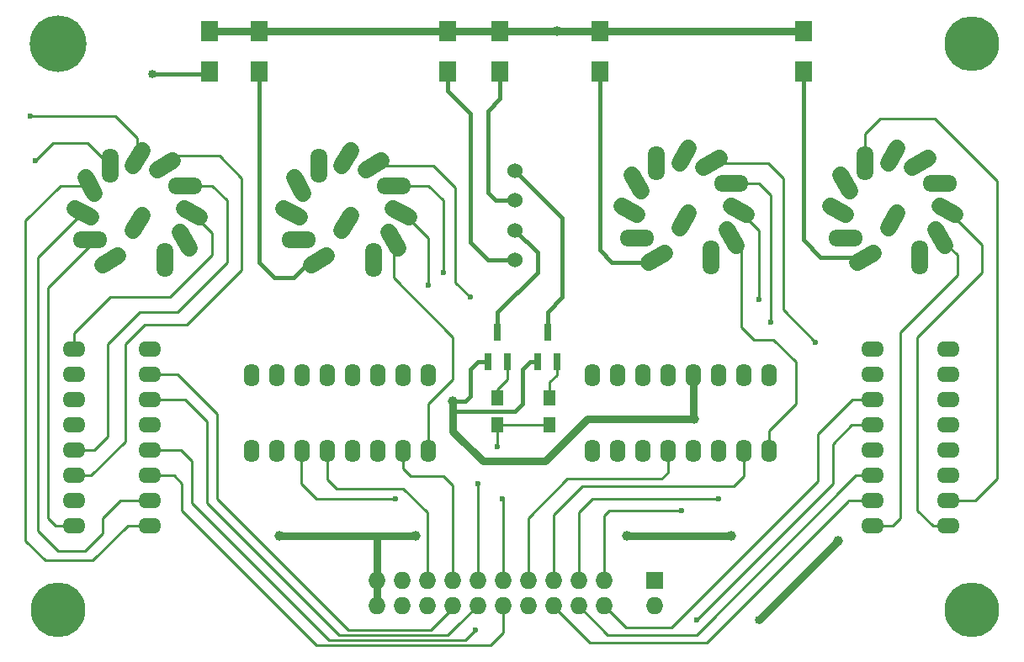
<source format=gbl>
G04 #@! TF.FileFunction,Copper,L2,Bot,Signal*
%FSLAX46Y46*%
G04 Gerber Fmt 4.6, Leading zero omitted, Abs format (unit mm)*
G04 Created by KiCad (PCBNEW 4.0.4-stable) date 11/21/16 22:50:33*
%MOMM*%
%LPD*%
G01*
G04 APERTURE LIST*
%ADD10C,0.100000*%
%ADD11O,2.300000X1.600000*%
%ADD12O,1.600000X2.300000*%
%ADD13R,1.727200X1.727200*%
%ADD14O,1.727200X1.727200*%
%ADD15C,1.524000*%
%ADD16R,1.300000X1.500000*%
%ADD17C,5.700000*%
%ADD18C,5.500000*%
%ADD19R,0.800100X1.800860*%
%ADD20R,1.700000X2.000000*%
%ADD21C,1.700000*%
%ADD22O,3.500000X1.700000*%
%ADD23O,1.700000X3.500000*%
%ADD24C,1.000000*%
%ADD25C,0.850000*%
%ADD26C,0.600000*%
%ADD27C,0.400000*%
%ADD28C,0.800000*%
%ADD29C,0.750000*%
%ADD30C,0.250000*%
G04 APERTURE END LIST*
D10*
D11*
X164000000Y-81750000D03*
X164000000Y-84290000D03*
X164000000Y-86830000D03*
X164000000Y-89370000D03*
X164000000Y-91910000D03*
X164000000Y-94450000D03*
X164000000Y-96990000D03*
X164000000Y-99530000D03*
X171620000Y-99530000D03*
X171620000Y-96990000D03*
X171620000Y-94450000D03*
X171620000Y-91910000D03*
X171620000Y-89370000D03*
X171620000Y-86830000D03*
X171620000Y-84290000D03*
X171620000Y-81750000D03*
D12*
X135750000Y-92000000D03*
X138290000Y-92000000D03*
X140830000Y-92000000D03*
X143370000Y-92000000D03*
X145910000Y-92000000D03*
X148450000Y-92000000D03*
X150990000Y-92000000D03*
X153530000Y-92000000D03*
X153530000Y-84380000D03*
X150990000Y-84380000D03*
X148450000Y-84380000D03*
X145910000Y-84380000D03*
X143370000Y-84380000D03*
X140830000Y-84380000D03*
X138290000Y-84380000D03*
X135750000Y-84380000D03*
X101500000Y-92000000D03*
X104040000Y-92000000D03*
X106580000Y-92000000D03*
X109120000Y-92000000D03*
X111660000Y-92000000D03*
X114200000Y-92000000D03*
X116740000Y-92000000D03*
X119280000Y-92000000D03*
X119280000Y-84380000D03*
X116740000Y-84380000D03*
X114200000Y-84380000D03*
X111660000Y-84380000D03*
X109120000Y-84380000D03*
X106580000Y-84380000D03*
X104040000Y-84380000D03*
X101500000Y-84380000D03*
D11*
X91250000Y-99500000D03*
X91250000Y-96960000D03*
X91250000Y-94420000D03*
X91250000Y-91880000D03*
X91250000Y-89340000D03*
X91250000Y-86800000D03*
X91250000Y-84260000D03*
X91250000Y-81720000D03*
X83630000Y-81720000D03*
X83630000Y-84260000D03*
X83630000Y-86800000D03*
X83630000Y-89340000D03*
X83630000Y-91880000D03*
X83630000Y-94420000D03*
X83630000Y-96960000D03*
X83630000Y-99500000D03*
D13*
X142000000Y-105000000D03*
D14*
X142000000Y-107540000D03*
X136920000Y-105000000D03*
X136920000Y-107540000D03*
X134380000Y-105000000D03*
X134380000Y-107540000D03*
X131840000Y-105000000D03*
X131840000Y-107540000D03*
X129300000Y-105000000D03*
X129300000Y-107540000D03*
X126760000Y-105000000D03*
X126760000Y-107540000D03*
X124220000Y-105000000D03*
X124220000Y-107540000D03*
X121680000Y-105000000D03*
X121680000Y-107540000D03*
X119140000Y-105000000D03*
X119140000Y-107540000D03*
X116600000Y-105000000D03*
X116600000Y-107540000D03*
X114060000Y-105000000D03*
X114060000Y-107540000D03*
D15*
X128000000Y-66750000D03*
X128000000Y-63750000D03*
X128000000Y-72750000D03*
X128000000Y-69750000D03*
D16*
X126250000Y-86650000D03*
X126250000Y-89350000D03*
X131500000Y-86650000D03*
X131500000Y-89350000D03*
D17*
X82000000Y-51000000D03*
D18*
X174000000Y-51000000D03*
X174000000Y-108000000D03*
X82000000Y-108000000D03*
D19*
X127200000Y-83001140D03*
X125300000Y-83001140D03*
X126250000Y-79998860D03*
X132200000Y-83001140D03*
X130300000Y-83001140D03*
X131250000Y-79998860D03*
D20*
X136500000Y-49750000D03*
X136500000Y-53750000D03*
X102250000Y-49750000D03*
X102250000Y-53750000D03*
X157000000Y-49750000D03*
X157000000Y-53750000D03*
X97250000Y-49750000D03*
X97250000Y-53750000D03*
X126500000Y-53750000D03*
X126500000Y-49750000D03*
X121250000Y-53750000D03*
X121250000Y-49750000D03*
D21*
X145450000Y-67970577D02*
X144550000Y-69529423D01*
X149720577Y-67300000D02*
X151279423Y-68200000D01*
D22*
X149763140Y-65000000D03*
D21*
X146970577Y-63436860D02*
X148529423Y-62536860D01*
X144550000Y-63029423D02*
X145450000Y-61470577D01*
D23*
X142250000Y-62986860D03*
D21*
X140686860Y-65779423D02*
X139786860Y-64220577D01*
X140279423Y-68200000D02*
X138720577Y-67300000D01*
D22*
X140236860Y-70500000D03*
D21*
X143029423Y-72063140D02*
X141470577Y-72963140D01*
D23*
X147750000Y-72513140D03*
D21*
X149313140Y-69720577D02*
X150213140Y-71279423D01*
X166450000Y-67970577D02*
X165550000Y-69529423D01*
X170720577Y-67300000D02*
X172279423Y-68200000D01*
D22*
X170763140Y-65000000D03*
D21*
X167970577Y-63436860D02*
X169529423Y-62536860D01*
X165550000Y-63029423D02*
X166450000Y-61470577D01*
D23*
X163250000Y-62986860D03*
D21*
X161686860Y-65779423D02*
X160786860Y-64220577D01*
X161279423Y-68200000D02*
X159720577Y-67300000D01*
D22*
X161236860Y-70500000D03*
D21*
X164029423Y-72063140D02*
X162470577Y-72963140D01*
D23*
X168750000Y-72513140D03*
D21*
X170313140Y-69720577D02*
X171213140Y-71279423D01*
X111450000Y-68220577D02*
X110550000Y-69779423D01*
X115720577Y-67550000D02*
X117279423Y-68450000D01*
D22*
X115763140Y-65250000D03*
D21*
X112970577Y-63686860D02*
X114529423Y-62786860D01*
X110550000Y-63279423D02*
X111450000Y-61720577D01*
D23*
X108250000Y-63236860D03*
D21*
X106686860Y-66029423D02*
X105786860Y-64470577D01*
X106279423Y-68450000D02*
X104720577Y-67550000D01*
D22*
X106236860Y-70750000D03*
D21*
X109029423Y-72313140D02*
X107470577Y-73213140D01*
D23*
X113750000Y-72763140D03*
D21*
X115313140Y-69970577D02*
X116213140Y-71529423D01*
X90450000Y-68220577D02*
X89550000Y-69779423D01*
X94720577Y-67550000D02*
X96279423Y-68450000D01*
D22*
X94763140Y-65250000D03*
D21*
X91970577Y-63686860D02*
X93529423Y-62786860D01*
X89550000Y-63279423D02*
X90450000Y-61720577D01*
D23*
X87250000Y-63236860D03*
D21*
X85686860Y-66029423D02*
X84786860Y-64470577D01*
X85279423Y-68450000D02*
X83720577Y-67550000D01*
D22*
X85236860Y-70750000D03*
D21*
X88029423Y-72313140D02*
X86470577Y-73213140D01*
D23*
X92750000Y-72763140D03*
D21*
X94313140Y-69970577D02*
X95213140Y-71529423D01*
D24*
X149750000Y-100500000D03*
X139250000Y-100500000D03*
X118000000Y-100500000D03*
X146000000Y-88750000D03*
X104250000Y-100500000D03*
X121750000Y-87000000D03*
D25*
X91500000Y-54000000D03*
D26*
X79750000Y-62750000D03*
X79250000Y-58250000D03*
X158250000Y-81000000D03*
X153750000Y-79000000D03*
X152500000Y-76750000D03*
X123500000Y-76500000D03*
X120750000Y-74000000D03*
X119250000Y-75250000D03*
D24*
X132250000Y-49750000D03*
D25*
X152500000Y-109000000D03*
D24*
X160500000Y-101000000D03*
D26*
X144750000Y-98000000D03*
X148500000Y-96750000D03*
X146250000Y-109000000D03*
X126750000Y-96750000D03*
X116000000Y-96750000D03*
X124250000Y-95250000D03*
X124000000Y-110000000D03*
X126250000Y-91500000D03*
D27*
X126500000Y-53750000D02*
X126500000Y-56500000D01*
X126500000Y-56500000D02*
X125250000Y-57750000D01*
X126500000Y-53750000D02*
X126500000Y-54000000D01*
X126000000Y-66750000D02*
X128000000Y-66750000D01*
X125250000Y-66000000D02*
X126000000Y-66750000D01*
X125250000Y-57750000D02*
X125250000Y-66000000D01*
X131250000Y-79998860D02*
X131250000Y-78000000D01*
X132750000Y-68500000D02*
X128000000Y-63750000D01*
X132750000Y-76500000D02*
X132750000Y-68500000D01*
X131250000Y-78000000D02*
X132750000Y-76500000D01*
X121250000Y-53750000D02*
X121250000Y-55750000D01*
X121250000Y-55750000D02*
X123500000Y-58000000D01*
X128000000Y-72750000D02*
X125250000Y-72750000D01*
X123500000Y-71000000D02*
X123500000Y-58000000D01*
X125250000Y-72750000D02*
X123500000Y-71000000D01*
X130250000Y-72000000D02*
X130250000Y-74000000D01*
X128000000Y-69750000D02*
X130250000Y-72000000D01*
X130250000Y-74000000D02*
X126250000Y-78000000D01*
X126250000Y-78000000D02*
X126250000Y-79998860D01*
X130300000Y-83001140D02*
X129498860Y-83001140D01*
X129498860Y-83001140D02*
X128750000Y-83750000D01*
X128750000Y-83750000D02*
X128750000Y-87250000D01*
X128750000Y-87250000D02*
X128000000Y-88000000D01*
X128000000Y-88000000D02*
X121750000Y-88000000D01*
X125300000Y-83001140D02*
X124248860Y-83001140D01*
X123000000Y-87000000D02*
X121750000Y-87000000D01*
X123500000Y-86500000D02*
X123000000Y-87000000D01*
X123500000Y-83750000D02*
X123500000Y-86500000D01*
X124248860Y-83001140D02*
X123500000Y-83750000D01*
D28*
X149750000Y-100500000D02*
X139250000Y-100500000D01*
X118000000Y-100500000D02*
X114000000Y-100500000D01*
X104250000Y-100500000D02*
X114000000Y-100500000D01*
X114060000Y-105000000D02*
X114060000Y-100500000D01*
X114060000Y-100500000D02*
X114000000Y-100500000D01*
X114060000Y-105000000D02*
X114060000Y-107540000D01*
D29*
X145910000Y-84380000D02*
X145910000Y-88660000D01*
X145910000Y-88660000D02*
X146000000Y-88750000D01*
X135250000Y-88750000D02*
X146000000Y-88750000D01*
X131000000Y-93000000D02*
X135250000Y-88750000D01*
X124750000Y-93000000D02*
X131000000Y-93000000D01*
X121750000Y-90000000D02*
X124750000Y-93000000D01*
X121750000Y-87000000D02*
X121750000Y-88000000D01*
X121750000Y-88000000D02*
X121750000Y-90000000D01*
D27*
X91500000Y-54000000D02*
X97250000Y-54000000D01*
X142250000Y-72513140D02*
X141486860Y-72513140D01*
X141486860Y-72513140D02*
X141000000Y-73000000D01*
X141000000Y-73000000D02*
X137750000Y-73000000D01*
X137750000Y-73000000D02*
X136500000Y-71750000D01*
X136500000Y-71750000D02*
X136500000Y-53750000D01*
X108250000Y-72763140D02*
X107486860Y-72763140D01*
X107486860Y-72763140D02*
X105750000Y-74500000D01*
X105750000Y-74500000D02*
X103750000Y-74500000D01*
X103750000Y-74500000D02*
X102250000Y-73000000D01*
X102250000Y-73000000D02*
X102250000Y-53750000D01*
X157000000Y-53500000D02*
X157000000Y-70750000D01*
X158763140Y-72513140D02*
X157000000Y-70750000D01*
X158763140Y-72513140D02*
X163250000Y-72513140D01*
D30*
X85236860Y-70750000D02*
X85236860Y-71263140D01*
X85236860Y-71263140D02*
X81000000Y-75500000D01*
X81750000Y-99500000D02*
X83630000Y-99500000D01*
X81000000Y-98750000D02*
X81750000Y-99500000D01*
X81000000Y-75500000D02*
X81000000Y-98750000D01*
X80000000Y-100000000D02*
X80000000Y-72500000D01*
X91250000Y-96960000D02*
X88290000Y-96960000D01*
X82000000Y-102000000D02*
X80000000Y-100000000D01*
X84750000Y-102000000D02*
X82000000Y-102000000D01*
X86500000Y-100250000D02*
X84750000Y-102000000D01*
X86500000Y-98750000D02*
X86500000Y-100250000D01*
X88290000Y-96960000D02*
X86500000Y-98750000D01*
X80000000Y-72500000D02*
X84500000Y-68000000D01*
X78750000Y-101000000D02*
X78750000Y-68750000D01*
X91250000Y-99500000D02*
X89000000Y-99500000D01*
X82250000Y-65250000D02*
X85236860Y-65250000D01*
X78750000Y-68750000D02*
X82250000Y-65250000D01*
X80750000Y-103000000D02*
X78750000Y-101000000D01*
X85500000Y-103000000D02*
X80750000Y-103000000D01*
X89000000Y-99500000D02*
X85500000Y-103000000D01*
X81500000Y-61000000D02*
X79750000Y-62750000D01*
X85013140Y-61000000D02*
X87250000Y-63236860D01*
X81500000Y-61000000D02*
X85013140Y-61000000D01*
X87750000Y-58250000D02*
X79250000Y-58250000D01*
X90000000Y-62500000D02*
X90000000Y-60500000D01*
X90000000Y-60500000D02*
X87750000Y-58250000D01*
X83630000Y-94420000D02*
X85330000Y-94420000D01*
X98250000Y-62250000D02*
X93736860Y-62250000D01*
X100500000Y-64500000D02*
X98250000Y-62250000D01*
X100500000Y-73750000D02*
X100500000Y-64500000D01*
X95000000Y-79250000D02*
X100500000Y-73750000D01*
X90750000Y-79250000D02*
X95000000Y-79250000D01*
X88750000Y-81250000D02*
X90750000Y-79250000D01*
X88750000Y-91000000D02*
X88750000Y-81250000D01*
X85330000Y-94420000D02*
X88750000Y-91000000D01*
X93736860Y-62250000D02*
X92750000Y-63236860D01*
X94000000Y-78000000D02*
X90250000Y-78000000D01*
X97500000Y-65250000D02*
X99000000Y-66750000D01*
X99000000Y-66750000D02*
X99000000Y-73000000D01*
X99000000Y-73000000D02*
X94000000Y-78000000D01*
X90250000Y-78000000D02*
X87000000Y-81250000D01*
X87000000Y-81250000D02*
X87000000Y-90500000D01*
X87000000Y-90500000D02*
X85620000Y-91880000D01*
X83630000Y-91880000D02*
X85620000Y-91880000D01*
X97500000Y-65250000D02*
X94763140Y-65250000D01*
X83630000Y-81720000D02*
X83630000Y-80120000D01*
X97500000Y-70000000D02*
X95500000Y-68000000D01*
X97500000Y-72250000D02*
X97500000Y-70000000D01*
X93250000Y-76500000D02*
X97500000Y-72250000D01*
X87250000Y-76500000D02*
X93250000Y-76500000D01*
X83630000Y-80120000D02*
X87250000Y-76500000D01*
X135750000Y-92000000D02*
X135500000Y-92000000D01*
X153486860Y-62986860D02*
X155000000Y-64500000D01*
X155000000Y-64500000D02*
X155000000Y-77750000D01*
X155000000Y-77750000D02*
X158250000Y-81000000D01*
X153486860Y-62986860D02*
X147750000Y-62986860D01*
X149763140Y-65000000D02*
X152500000Y-65000000D01*
X152500000Y-65000000D02*
X153750000Y-66250000D01*
X153750000Y-66250000D02*
X153750000Y-79000000D01*
X143500000Y-84510000D02*
X143370000Y-84380000D01*
X150500000Y-67750000D02*
X152500000Y-69750000D01*
X152500000Y-69750000D02*
X152500000Y-76750000D01*
X153530000Y-92000000D02*
X153530000Y-89970000D01*
X150750000Y-79500000D02*
X150750000Y-71486860D01*
X152000000Y-80750000D02*
X150750000Y-79500000D01*
X154000000Y-80750000D02*
X152000000Y-80750000D01*
X156250000Y-83000000D02*
X154000000Y-80750000D01*
X156250000Y-87250000D02*
X156250000Y-83000000D01*
X153530000Y-89970000D02*
X156250000Y-87250000D01*
X150750000Y-71486860D02*
X149763140Y-70500000D01*
X122000000Y-65500000D02*
X122000000Y-75000000D01*
X113750000Y-63236860D02*
X119736860Y-63236860D01*
X119736860Y-63236860D02*
X122000000Y-65500000D01*
X123500000Y-76500000D02*
X122000000Y-75000000D01*
X119250000Y-65250000D02*
X115763140Y-65250000D01*
X120750000Y-66750000D02*
X119250000Y-65250000D01*
X120750000Y-74000000D02*
X120750000Y-66750000D01*
X116500000Y-68000000D02*
X116750000Y-68000000D01*
X116750000Y-68000000D02*
X119250000Y-70500000D01*
X119250000Y-70500000D02*
X119250000Y-75250000D01*
X119280000Y-92000000D02*
X119280000Y-87220000D01*
X119280000Y-87220000D02*
X121750000Y-84750000D01*
X115763140Y-70750000D02*
X115763140Y-74513140D01*
X115763140Y-74513140D02*
X121750000Y-80500000D01*
X121750000Y-80500000D02*
X121750000Y-84750000D01*
X171620000Y-96990000D02*
X174260000Y-96990000D01*
X163250000Y-60000000D02*
X163250000Y-62986860D01*
X164750000Y-58500000D02*
X163250000Y-60000000D01*
X170250000Y-58500000D02*
X164750000Y-58500000D01*
X176500000Y-64750000D02*
X170250000Y-58500000D01*
X176500000Y-94750000D02*
X176500000Y-64750000D01*
X174260000Y-96990000D02*
X176500000Y-94750000D01*
X171620000Y-99530000D02*
X170030000Y-99530000D01*
X175000000Y-71250000D02*
X171500000Y-67750000D01*
X175000000Y-74000000D02*
X175000000Y-71250000D01*
X168500000Y-80500000D02*
X175000000Y-74000000D01*
X168500000Y-98000000D02*
X168500000Y-80500000D01*
X170030000Y-99530000D02*
X168500000Y-98000000D01*
X164000000Y-99530000D02*
X165970000Y-99530000D01*
X172500000Y-72236860D02*
X170763140Y-70500000D01*
X172500000Y-74250000D02*
X172500000Y-72236860D01*
X166750000Y-80000000D02*
X172500000Y-74250000D01*
X166750000Y-98750000D02*
X166750000Y-80000000D01*
X165970000Y-99530000D02*
X166750000Y-98750000D01*
D28*
X136500000Y-49750000D02*
X157000000Y-49750000D01*
X132250000Y-49750000D02*
X136500000Y-49750000D01*
X132250000Y-49750000D02*
X126500000Y-49750000D01*
X102250000Y-49750000D02*
X97250000Y-49750000D01*
X121250000Y-49750000D02*
X102250000Y-49750000D01*
X126500000Y-49750000D02*
X121250000Y-49750000D01*
D27*
X102250000Y-49900000D02*
X97250000Y-49900000D01*
D28*
X160500000Y-101000000D02*
X152500000Y-109000000D01*
D30*
X126250000Y-86650000D02*
X126250000Y-85750000D01*
X127200000Y-84800000D02*
X127200000Y-83001140D01*
X126250000Y-85750000D02*
X127200000Y-84800000D01*
X132200000Y-83001140D02*
X132200000Y-84300000D01*
X131500000Y-85000000D02*
X131500000Y-86900000D01*
X132200000Y-84300000D02*
X131500000Y-85000000D01*
X137000000Y-98500000D02*
X137000000Y-104920000D01*
X137000000Y-104920000D02*
X136920000Y-105000000D01*
X144750000Y-98000000D02*
X137500000Y-98000000D01*
X137500000Y-98000000D02*
X137000000Y-98500000D01*
X143750000Y-109750000D02*
X158500000Y-95000000D01*
X164000000Y-86830000D02*
X161920000Y-86830000D01*
X161920000Y-86830000D02*
X158500000Y-90250000D01*
X143750000Y-109750000D02*
X139130000Y-109750000D01*
X139130000Y-109750000D02*
X136920000Y-107540000D01*
X158500000Y-90250000D02*
X158500000Y-95000000D01*
X163920000Y-86750000D02*
X164000000Y-86830000D01*
X134380000Y-105000000D02*
X134380000Y-98120000D01*
X134380000Y-98120000D02*
X135750000Y-96750000D01*
X135750000Y-96750000D02*
X148500000Y-96750000D01*
X137340000Y-110500000D02*
X146250000Y-110500000D01*
X134380000Y-107540000D02*
X137340000Y-110500000D01*
X146250000Y-110500000D02*
X162300000Y-94450000D01*
X164000000Y-94450000D02*
X162300000Y-94450000D01*
X131840000Y-105000000D02*
X131840000Y-98410000D01*
X131840000Y-98410000D02*
X134750000Y-95500000D01*
X134750000Y-95500000D02*
X150000000Y-95500000D01*
X150000000Y-95500000D02*
X150990000Y-94510000D01*
X150990000Y-94510000D02*
X150990000Y-92000000D01*
X147250000Y-111250000D02*
X161500000Y-97000000D01*
X135500000Y-111250000D02*
X147250000Y-111250000D01*
X131840000Y-107590000D02*
X135500000Y-111250000D01*
X161500000Y-97000000D02*
X161500000Y-96990000D01*
X164000000Y-96990000D02*
X161500000Y-96990000D01*
X131840000Y-107540000D02*
X131840000Y-107590000D01*
X129300000Y-105000000D02*
X129300000Y-98700000D01*
X129300000Y-98700000D02*
X133250000Y-94750000D01*
X133250000Y-94750000D02*
X142750000Y-94750000D01*
X142750000Y-94750000D02*
X143370000Y-94130000D01*
X143370000Y-94130000D02*
X143370000Y-92000000D01*
X161875000Y-89375000D02*
X163995000Y-89375000D01*
X163995000Y-89375000D02*
X164000000Y-89370000D01*
X146250000Y-109000000D02*
X160000000Y-95250000D01*
X160000000Y-95250000D02*
X160000000Y-91250000D01*
X160000000Y-91250000D02*
X161875000Y-89375000D01*
X126760000Y-105000000D02*
X126760000Y-96760000D01*
X126750000Y-96750000D02*
X126760000Y-96760000D01*
X116000000Y-96750000D02*
X108000000Y-96750000D01*
X108000000Y-96750000D02*
X106500000Y-95250000D01*
X106500000Y-95250000D02*
X106500000Y-92080000D01*
X106500000Y-92080000D02*
X106580000Y-92000000D01*
X126760000Y-107540000D02*
X126760000Y-110240000D01*
X93670000Y-94420000D02*
X94500000Y-95250000D01*
X93670000Y-94420000D02*
X91250000Y-94420000D01*
X94500000Y-95250000D02*
X94500000Y-98000000D01*
X108000000Y-111500000D02*
X94500000Y-98000000D01*
X125500000Y-111500000D02*
X108000000Y-111500000D01*
X126760000Y-110240000D02*
X125500000Y-111500000D01*
X124220000Y-105000000D02*
X124220000Y-95470000D01*
X124250000Y-95250000D02*
X124220000Y-95470000D01*
X122260000Y-109500000D02*
X122250000Y-109500000D01*
X124220000Y-107540000D02*
X122260000Y-109500000D01*
X94800000Y-86800000D02*
X91250000Y-86800000D01*
X94800000Y-86800000D02*
X97000000Y-89000000D01*
X97000000Y-89000000D02*
X97000000Y-97250000D01*
X110250000Y-110500000D02*
X97000000Y-97250000D01*
X121250000Y-110500000D02*
X110250000Y-110500000D01*
X122250000Y-109500000D02*
X121250000Y-110500000D01*
X121680000Y-105000000D02*
X121680000Y-95430000D01*
X120750000Y-94500000D02*
X121680000Y-95430000D01*
X117500000Y-94500000D02*
X120750000Y-94500000D01*
X116740000Y-93740000D02*
X117500000Y-94500000D01*
X116740000Y-93740000D02*
X116740000Y-92000000D01*
X121680000Y-107540000D02*
X121680000Y-107820000D01*
X121680000Y-107820000D02*
X119500000Y-110000000D01*
X119500000Y-110000000D02*
X111250000Y-110000000D01*
X111250000Y-110000000D02*
X98000000Y-96750000D01*
X98000000Y-96750000D02*
X98000000Y-88250000D01*
X98000000Y-88250000D02*
X94010000Y-84260000D01*
X91250000Y-84260000D02*
X94010000Y-84260000D01*
X119140000Y-105000000D02*
X119140000Y-98140000D01*
X119140000Y-98140000D02*
X116750000Y-95750000D01*
X116750000Y-95750000D02*
X110000000Y-95750000D01*
X110000000Y-95750000D02*
X109120000Y-94870000D01*
X109120000Y-94870000D02*
X109120000Y-92000000D01*
X109250000Y-111000000D02*
X123000000Y-111000000D01*
X123000000Y-111000000D02*
X124000000Y-110000000D01*
X95500000Y-97250000D02*
X95500000Y-93000000D01*
X95500000Y-93000000D02*
X94380000Y-91880000D01*
X94380000Y-91880000D02*
X91250000Y-91880000D01*
X109250000Y-111000000D02*
X95500000Y-97250000D01*
X126250000Y-91500000D02*
X126250000Y-89350000D01*
X126250000Y-89350000D02*
X131500000Y-89350000D01*
M02*

</source>
